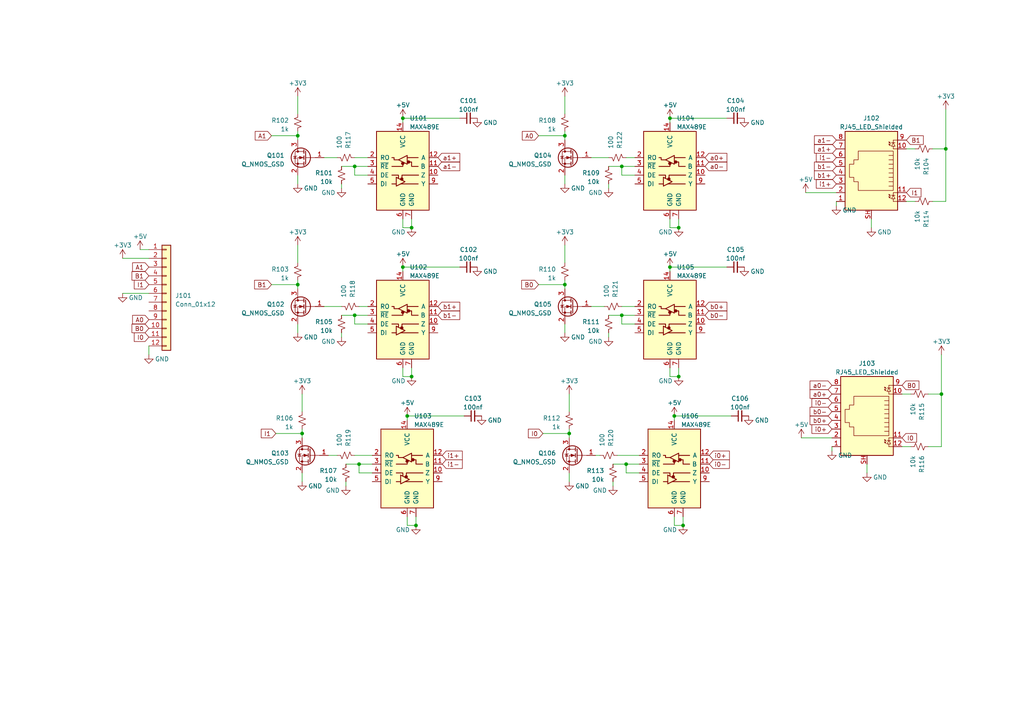
<source format=kicad_sch>
(kicad_sch (version 20230121) (generator eeschema)
  (paper "A4")
  (lib_symbols
    (symbol "Connector:RJ45_LED_Shielded" (pin_names (offset 1.016))
      (property "Reference" "J" (at -5.08 13.97 0))
      (property "Value" "RJ45_LED_Shielded" (at 1.27 13.97 0))
      (symbol "RJ45_LED_Shielded_0_1"
        (polyline (pts (xy -7.62 -7.62) (xy -6.35 -7.62)))
        (polyline (pts (xy -7.62 -5.08) (xy -6.35 -5.08)))
        (polyline (pts (xy -7.62 7.62) (xy -6.35 7.62)))
        (polyline (pts (xy -7.62 10.16) (xy -6.35 10.16)))
        (polyline (pts (xy -6.858 -5.842) (xy -5.842 -5.842)))
        (polyline (pts (xy -6.858 9.398) (xy -5.842 9.398)))
        (polyline (pts (xy -6.35 -7.62) (xy -6.35 -6.858)))
        (polyline (pts (xy -6.35 -5.08) (xy -6.35 -5.842)))
        (polyline (pts (xy -6.35 7.62) (xy -6.35 8.382)))
        (polyline (pts (xy -6.35 10.16) (xy -6.35 9.398)))
        (polyline (pts (xy -5.08 -6.223) (xy -5.207 -6.604)))
        (polyline (pts (xy -5.08 -5.588) (xy -5.207 -5.969)))
        (polyline (pts (xy -5.08 4.445) (xy -6.35 4.445)))
        (polyline (pts (xy -5.08 5.715) (xy -6.35 5.715)))
        (polyline (pts (xy -5.08 9.017) (xy -5.207 8.636)))
        (polyline (pts (xy -5.08 9.652) (xy -5.207 9.271)))
        (polyline (pts (xy -6.35 -3.175) (xy -5.08 -3.175) (xy -5.08 -3.175)))
        (polyline (pts (xy -6.35 -1.905) (xy -5.08 -1.905) (xy -5.08 -1.905)))
        (polyline (pts (xy -6.35 -0.635) (xy -5.08 -0.635) (xy -5.08 -0.635)))
        (polyline (pts (xy -6.35 0.635) (xy -5.08 0.635) (xy -5.08 0.635)))
        (polyline (pts (xy -6.35 1.905) (xy -5.08 1.905) (xy -5.08 1.905)))
        (polyline (pts (xy -5.588 -6.731) (xy -5.08 -6.223) (xy -5.461 -6.35)))
        (polyline (pts (xy -5.588 -6.096) (xy -5.08 -5.588) (xy -5.461 -5.715)))
        (polyline (pts (xy -5.588 8.509) (xy -5.08 9.017) (xy -5.461 8.89)))
        (polyline (pts (xy -5.588 9.144) (xy -5.08 9.652) (xy -5.461 9.525)))
        (polyline (pts (xy -5.08 3.175) (xy -6.35 3.175) (xy -6.35 3.175)))
        (polyline (pts (xy -6.35 -5.842) (xy -6.858 -6.858) (xy -5.842 -6.858) (xy -6.35 -5.842)))
        (polyline (pts (xy -6.35 9.398) (xy -6.858 8.382) (xy -5.842 8.382) (xy -6.35 9.398)))
        (polyline (pts (xy -6.35 -4.445) (xy -6.35 6.985) (xy 3.81 6.985) (xy 3.81 4.445) (xy 5.08 4.445) (xy 5.08 3.175) (xy 6.35 3.175) (xy 6.35 -0.635) (xy 5.08 -0.635) (xy 5.08 -1.905) (xy 3.81 -1.905) (xy 3.81 -4.445) (xy -6.35 -4.445) (xy -6.35 -4.445)))
        (rectangle (start 7.62 12.7) (end -7.62 -10.16) (stroke (width 0.254)) (fill (type background)))
      )
      (symbol "RJ45_LED_Shielded_1_1"
        (pin passive line (at 10.16 -7.62 180) (length 2.54) (name "~") (number "1"))
        (pin passive line (at -10.16 7.62 0) (length 2.54) (name "~") (number "10"))
        (pin passive line (at -10.16 -5.08 0) (length 2.54) (name "~") (number "11"))
        (pin passive line (at -10.16 -7.62 0) (length 2.54) (name "~") (number "12"))
        (pin passive line (at 10.16 -5.08 180) (length 2.54) (name "~") (number "2"))
        (pin passive line (at 10.16 -2.54 180) (length 2.54) (name "~") (number "3"))
        (pin passive line (at 10.16 0 180) (length 2.54) (name "~") (number "4"))
        (pin passive line (at 10.16 2.54 180) (length 2.54) (name "~") (number "5"))
        (pin passive line (at 10.16 5.08 180) (length 2.54) (name "~") (number "6"))
        (pin passive line (at 10.16 7.62 180) (length 2.54) (name "~") (number "7"))
        (pin passive line (at 10.16 10.16 180) (length 2.54) (name "~") (number "8"))
        (pin passive line (at -10.16 10.16 0) (length 2.54) (name "~") (number "9"))
        (pin passive line (at 0 -12.7 90) (length 2.54) (name "~") (number "SH"))
      )
    )
    (symbol "Connector_Generic:Conn_01x12" (pin_names (offset 1.016) hide)
      (property "Reference" "J" (at 0 15.24 0))
      (property "Value" "Conn_01x12" (at 0 -17.78 0))
      (symbol "Conn_01x12_1_1"
        (rectangle (start -1.27 -15.113) (end 0 -15.367) (stroke (width 0.1524)))
        (rectangle (start -1.27 -12.573) (end 0 -12.827) (stroke (width 0.1524)))
        (rectangle (start -1.27 -10.033) (end 0 -10.287) (stroke (width 0.1524)))
        (rectangle (start -1.27 -7.493) (end 0 -7.747) (stroke (width 0.1524)))
        (rectangle (start -1.27 -4.953) (end 0 -5.207) (stroke (width 0.1524)))
        (rectangle (start -1.27 -2.413) (end 0 -2.667) (stroke (width 0.1524)))
        (rectangle (start -1.27 0.127) (end 0 -0.127) (stroke (width 0.1524)))
        (rectangle (start -1.27 2.667) (end 0 2.413) (stroke (width 0.1524)))
        (rectangle (start -1.27 5.207) (end 0 4.953) (stroke (width 0.1524)))
        (rectangle (start -1.27 7.747) (end 0 7.493) (stroke (width 0.1524)))
        (rectangle (start -1.27 10.287) (end 0 10.033) (stroke (width 0.1524)))
        (rectangle (start -1.27 12.827) (end 0 12.573) (stroke (width 0.1524)))
        (rectangle (start -1.27 13.97) (end 1.27 -16.51) (stroke (width 0.254)) (fill (type background)))
        (pin passive line (at -5.08 12.7 0) (length 3.81) (name "Pin_1") (number "1"))
        (pin passive line (at -5.08 -10.16 0) (length 3.81) (name "Pin_10") (number "10"))
        (pin passive line (at -5.08 -12.7 0) (length 3.81) (name "Pin_11") (number "11"))
        (pin passive line (at -5.08 -15.24 0) (length 3.81) (name "Pin_12") (number "12"))
        (pin passive line (at -5.08 10.16 0) (length 3.81) (name "Pin_2") (number "2"))
        (pin passive line (at -5.08 7.62 0) (length 3.81) (name "Pin_3") (number "3"))
        (pin passive line (at -5.08 5.08 0) (length 3.81) (name "Pin_4") (number "4"))
        (pin passive line (at -5.08 2.54 0) (length 3.81) (name "Pin_5") (number "5"))
        (pin passive line (at -5.08 0 0) (length 3.81) (name "Pin_6") (number "6"))
        (pin passive line (at -5.08 -2.54 0) (length 3.81) (name "Pin_7") (number "7"))
        (pin passive line (at -5.08 -5.08 0) (length 3.81) (name "Pin_8") (number "8"))
        (pin passive line (at -5.08 -7.62 0) (length 3.81) (name "Pin_9") (number "9"))
      )
    )
    (symbol "Device:C_Small" (pin_numbers hide) (pin_names (offset 0.254) hide)
      (property "Reference" "C" (at 0.254 1.778 0))
      (property "Value" "C_Small" (at 0.254 -2.032 0))
      (symbol "C_Small_0_1"
        (polyline (pts (xy -1.524 -0.508) (xy 1.524 -0.508)) (stroke (width 0.3302)))
        (polyline (pts (xy -1.524 0.508) (xy 1.524 0.508)) (stroke (width 0.3048)))
      )
      (symbol "C_Small_1_1"
        (pin passive line (at 0 2.54 270) (length 2.032) (name "~") (number "1"))
        (pin passive line (at 0 -2.54 90) (length 2.032) (name "~") (number "2"))
      )
    )
    (symbol "Device:Q_NMOS_GSD" (pin_names (offset 0) hide)
      (property "Reference" "Q" (at 5.08 1.27 0))
      (property "Value" "Q_NMOS_GSD" (at 5.08 -1.27 0))
      (symbol "Q_NMOS_GSD_0_1"
        (polyline (pts (xy 0.254 0) (xy -2.54 0)))
        (polyline (pts (xy 0.254 1.905) (xy 0.254 -1.905)) (stroke (width 0.254)))
        (polyline (pts (xy 0.762 -1.27) (xy 0.762 -2.286)) (stroke (width 0.254)))
        (polyline (pts (xy 0.762 0.508) (xy 0.762 -0.508)) (stroke (width 0.254)))
        (polyline (pts (xy 0.762 2.286) (xy 0.762 1.27)) (stroke (width 0.254)))
        (polyline (pts (xy 2.54 2.54) (xy 2.54 1.778)))
        (polyline (pts (xy 2.54 -2.54) (xy 2.54 0) (xy 0.762 0)))
        (polyline (pts (xy 0.762 -1.778) (xy 3.302 -1.778) (xy 3.302 1.778) (xy 0.762 1.778)))
        (polyline (pts (xy 1.016 0) (xy 2.032 0.381) (xy 2.032 -0.381) (xy 1.016 0)) (fill (type outline)))
        (polyline (pts (xy 2.794 0.508) (xy 2.921 0.381) (xy 3.683 0.381) (xy 3.81 0.254)))
        (polyline (pts (xy 3.302 0.381) (xy 2.921 -0.254) (xy 3.683 -0.254) (xy 3.302 0.381)))
        (circle (center 1.651 0) (radius 2.794) (stroke (width 0.254)))
        (circle (center 2.54 -1.778) (radius 0.254) (fill (type outline)))
        (circle (center 2.54 1.778) (radius 0.254) (fill (type outline)))
      )
      (symbol "Q_NMOS_GSD_1_1"
        (pin input line (at -5.08 0 0) (length 2.54) (name "G") (number "1"))
        (pin passive line (at 2.54 -5.08 90) (length 2.54) (name "S") (number "2"))
        (pin passive line (at 2.54 5.08 270) (length 2.54) (name "D") (number "3"))
      )
    )
    (symbol "Device:R_Small_US" (pin_numbers hide) (pin_names (offset 0.254) hide)
      (property "Reference" "R" (at 0.762 0.508 0))
      (property "Value" "R_Small_US" (at 0.762 -1.016 0))
      (symbol "R_Small_US_1_1"
        (polyline (pts (xy 0 0) (xy 1.016 -0.381) (xy 0 -0.762) (xy -1.016 -1.143) (xy 0 -1.524)))
        (polyline (pts (xy 0 1.524) (xy 1.016 1.143) (xy 0 0.762) (xy -1.016 0.381) (xy 0 0)))
        (pin passive line (at 0 2.54 270) (length 1.016) (name "~") (number "1"))
        (pin passive line (at 0 -2.54 90) (length 1.016) (name "~") (number "2"))
      )
    )
    (symbol "Interface_UART:MAX489E" (pin_names (offset 1.016))
      (property "Reference" "U" (at -6.096 11.43 0))
      (property "Value" "MAX489E" (at 0.762 11.43 0))
      (symbol "MAX489E_0_1"
        (rectangle (start -7.62 10.16) (end 7.62 -12.7) (stroke (width 0.254)) (fill (type background)))
        (circle (center -0.3048 -3.683) (radius 0.3556) (stroke (width 0.254)) (fill (type outline)))
        (circle (center -0.0254 0.8636) (radius 0.3556) (stroke (width 0.254)) (fill (type outline)))
        (polyline (pts (xy -3.175 -5.08) (xy -1.905 -5.08)) (stroke (width 0.254)))
        (polyline (pts (xy -1.27 -3.2004) (xy -1.27 -3.4544)) (stroke (width 0.254)))
        (polyline (pts (xy -0.635 -5.08) (xy 4.445 -5.08)) (stroke (width 0.254)))
        (polyline (pts (xy 1.27 2.54) (xy 4.445 2.54)) (stroke (width 0.254)))
        (polyline (pts (xy -3.175 -2.54) (xy -1.27 -2.54) (xy -1.27 -3.175)) (stroke (width 0.254)))
        (polyline (pts (xy -0.254 -3.556) (xy -0.254 -2.54) (xy 4.572 -2.54)) (stroke (width 0.254)))
        (polyline (pts (xy 0 0.635) (xy 0 0) (xy -3.175 0)) (stroke (width 0.254)))
        (polyline (pts (xy -1.905 -3.175) (xy -1.905 -5.715) (xy 0.635 -4.445) (xy -1.905 -3.175)) (stroke (width 0.254)))
        (polyline (pts (xy -1.27 1.905) (xy -2.54 1.905) (xy -2.54 2.54) (xy -3.175 2.54)) (stroke (width 0.254)))
        (polyline (pts (xy -1.27 1.905) (xy 1.27 3.175) (xy 1.27 0.635) (xy -1.27 1.905)) (stroke (width 0.254)))
        (polyline (pts (xy 1.905 1.27) (xy 2.54 1.27) (xy 2.54 0) (xy 4.445 0)) (stroke (width 0.254)))
        (circle (center 1.651 1.27) (radius 0.3556) (stroke (width 0.254)) (fill (type outline)))
      )
      (symbol "MAX489E_1_1"
        (pin no_connect line (at -7.62 7.62 0) (length 2.54) hide (name "NC") (number "1"))
        (pin output line (at 10.16 -2.54 180) (length 2.54) (name "Z") (number "10"))
        (pin input line (at 10.16 0 180) (length 2.54) (name "B") (number "11"))
        (pin input line (at 10.16 2.54 180) (length 2.54) (name "A") (number "12"))
        (pin no_connect line (at 7.62 7.62 180) (length 2.54) hide (name "NC") (number "13"))
        (pin power_in line (at 0 12.7 270) (length 2.54) (name "VCC") (number "14"))
        (pin output line (at -10.16 2.54 0) (length 2.54) (name "RO") (number "2"))
        (pin input line (at -10.16 0 0) (length 2.54) (name "~{RE}") (number "3"))
        (pin input line (at -10.16 -2.54 0) (length 2.54) (name "DE") (number "4"))
        (pin input line (at -10.16 -5.08 0) (length 2.54) (name "DI") (number "5"))
        (pin power_in line (at 0 -15.24 90) (length 2.54) (name "GND") (number "6"))
        (pin power_in line (at 2.54 -15.24 90) (length 2.54) (name "GND") (number "7"))
        (pin no_connect line (at 7.62 -10.16 180) (length 2.54) hide (name "NC") (number "8"))
        (pin output line (at 10.16 -5.08 180) (length 2.54) (name "Y") (number "9"))
      )
    )
    (symbol "power:+3V3" (power) (pin_names (offset 0))
      (property "Value" "+3V3" (at 0 3.556 0))
      (symbol "+3V3_0_1"
        (polyline (pts (xy -0.762 1.27) (xy 0 2.54)))
        (polyline (pts (xy 0 0) (xy 0 2.54)))
        (polyline (pts (xy 0 2.54) (xy 0.762 1.27)))
      )
      (symbol "+3V3_1_1"
        (pin power_in line (at 0 0 90) (length 0) hide (name "+3V3") (number "1"))
      )
    )
    (symbol "power:+5V" (power) (pin_names (offset 0))
      (property "Value" "+5V" (at 0 3.556 0))
      (symbol "+5V_0_1"
        (polyline (pts (xy -0.762 1.27) (xy 0 2.54)))
        (polyline (pts (xy 0 0) (xy 0 2.54)))
        (polyline (pts (xy 0 2.54) (xy 0.762 1.27)))
      )
      (symbol "+5V_1_1"
        (pin power_in line (at 0 0 90) (length 0) hide (name "+5V") (number "1"))
      )
    )
    (symbol "power:GND" (power) (pin_names (offset 0))
      (property "Value" "GND" (at 0 -3.81 0))
      (symbol "GND_0_1"
        (polyline (pts (xy 0 0) (xy 0 -1.27) (xy 1.27 -1.27) (xy 0 -2.54) (xy -1.27 -1.27) (xy 0 -1.27)))
      )
      (symbol "GND_1_1"
        (pin power_in line (at 0 0 270) (length 0) hide (name "GND") (number "1"))
      )
    )
  )
  (junction (at 165.1 125.73))
  (junction (at 119.38 109.22))
  (junction (at 196.85 109.22))
  (junction (at 198.12 152.4))
  (junction (at 180.34 48.26))
  (junction (at 194.31 34.29))
  (junction (at 163.83 39.37))
  (junction (at 104.14 134.62))
  (junction (at 195.58 120.65))
  (junction (at 119.38 66.04))
  (junction (at 102.87 91.44))
  (junction (at 163.83 82.55))
  (junction (at 116.84 34.29))
  (junction (at 118.11 120.65))
  (junction (at 274.32 43.18))
  (junction (at 86.36 39.37))
  (junction (at 273.05 114.3))
  (junction (at 116.84 77.47))
  (junction (at 87.63 125.73))
  (junction (at 181.61 134.62))
  (junction (at 102.87 48.26))
  (junction (at 180.34 91.44))
  (junction (at 196.85 66.04))
  (junction (at 120.65 152.4))
  (junction (at 86.36 82.55))
  (junction (at 194.31 77.47))
  (wire (pts (xy 78.74 82.55) (xy 86.36 82.55)))
  (wire (pts (xy 156.21 82.55) (xy 163.83 82.55)))
  (wire (pts (xy 194.31 66.04) (xy 196.85 66.04)))
  (wire (pts (xy 269.24 114.3) (xy 273.05 114.3)))
  (wire (pts (xy 86.36 38.1) (xy 86.36 39.37)))
  (wire (pts (xy 102.87 93.98) (xy 102.87 91.44)))
  (wire (pts (xy 176.53 53.34) (xy 176.53 54.61)))
  (wire (pts (xy 212.09 120.65) (xy 195.58 120.65)))
  (wire (pts (xy 120.65 149.86) (xy 120.65 152.4)))
  (wire (pts (xy 116.84 63.5) (xy 116.84 66.04)))
  (wire (pts (xy 273.05 102.87) (xy 273.05 114.3)))
  (wire (pts (xy 116.84 34.29) (xy 116.84 35.56)))
  (wire (pts (xy 184.15 50.8) (xy 180.34 50.8)))
  (wire (pts (xy 194.31 106.68) (xy 194.31 109.22)))
  (wire (pts (xy 86.36 82.55) (xy 86.36 83.82)))
  (wire (pts (xy 180.34 50.8) (xy 180.34 48.26)))
  (wire (pts (xy 163.83 71.12) (xy 163.83 76.2)))
  (wire (pts (xy 106.68 50.8) (xy 102.87 50.8)))
  (wire (pts (xy 181.61 137.16) (xy 181.61 134.62)))
  (wire (pts (xy 185.42 137.16) (xy 181.61 137.16)))
  (wire (pts (xy 163.83 96.52) (xy 163.83 93.98)))
  (wire (pts (xy 194.31 63.5) (xy 194.31 66.04)))
  (wire (pts (xy 86.36 39.37) (xy 86.36 40.64)))
  (wire (pts (xy 180.34 88.9) (xy 184.15 88.9)))
  (wire (pts (xy 102.87 50.8) (xy 102.87 48.26)))
  (wire (pts (xy 176.53 91.44) (xy 180.34 91.44)))
  (wire (pts (xy 156.21 39.37) (xy 163.83 39.37)))
  (wire (pts (xy 194.31 77.47) (xy 194.31 78.74)))
  (wire (pts (xy 99.06 48.26) (xy 102.87 48.26)))
  (wire (pts (xy 107.95 137.16) (xy 104.14 137.16)))
  (wire (pts (xy 104.14 88.9) (xy 106.68 88.9)))
  (wire (pts (xy 210.82 77.47) (xy 194.31 77.47)))
  (wire (pts (xy 194.31 109.22) (xy 196.85 109.22)))
  (wire (pts (xy 116.84 77.47) (xy 116.84 78.74)))
  (wire (pts (xy 99.06 96.52) (xy 99.06 97.79)))
  (wire (pts (xy 99.06 91.44) (xy 102.87 91.44)))
  (wire (pts (xy 184.15 93.98) (xy 180.34 93.98)))
  (wire (pts (xy 93.98 45.72) (xy 97.79 45.72)))
  (wire (pts (xy 80.01 125.73) (xy 87.63 125.73)))
  (wire (pts (xy 86.36 53.34) (xy 86.36 50.8)))
  (wire (pts (xy 163.83 27.94) (xy 163.83 33.02)))
  (wire (pts (xy 86.36 96.52) (xy 86.36 93.98)))
  (wire (pts (xy 165.1 114.3) (xy 165.1 119.38)))
  (wire (pts (xy 118.11 149.86) (xy 118.11 152.4)))
  (wire (pts (xy 180.34 91.44) (xy 184.15 91.44)))
  (wire (pts (xy 102.87 91.44) (xy 106.68 91.44)))
  (wire (pts (xy 102.87 132.08) (xy 107.95 132.08)))
  (wire (pts (xy 264.16 114.3) (xy 261.62 114.3)))
  (wire (pts (xy 177.8 134.62) (xy 181.61 134.62)))
  (wire (pts (xy 102.87 48.26) (xy 106.68 48.26)))
  (wire (pts (xy 265.43 43.18) (xy 262.89 43.18)))
  (wire (pts (xy 251.46 137.16) (xy 251.46 134.62)))
  (wire (pts (xy 87.63 125.73) (xy 87.63 127)))
  (wire (pts (xy 195.58 120.65) (xy 195.58 121.92)))
  (wire (pts (xy 163.83 81.28) (xy 163.83 82.55)))
  (wire (pts (xy 181.61 134.62) (xy 185.42 134.62)))
  (wire (pts (xy 100.33 134.62) (xy 104.14 134.62)))
  (wire (pts (xy 86.36 71.12) (xy 86.36 76.2)))
  (wire (pts (xy 102.87 45.72) (xy 106.68 45.72)))
  (wire (pts (xy 198.12 149.86) (xy 198.12 152.4)))
  (wire (pts (xy 87.63 124.46) (xy 87.63 125.73)))
  (wire (pts (xy 195.58 152.4) (xy 198.12 152.4)))
  (wire (pts (xy 274.32 31.75) (xy 274.32 43.18)))
  (wire (pts (xy 87.63 114.3) (xy 87.63 119.38)))
  (wire (pts (xy 87.63 139.7) (xy 87.63 137.16)))
  (wire (pts (xy 163.83 38.1) (xy 163.83 39.37)))
  (wire (pts (xy 241.3 130.81) (xy 241.3 129.54)))
  (wire (pts (xy 165.1 139.7) (xy 165.1 137.16)))
  (wire (pts (xy 265.43 58.42) (xy 262.89 58.42)))
  (wire (pts (xy 171.45 45.72) (xy 176.53 45.72)))
  (wire (pts (xy 196.85 106.68) (xy 196.85 109.22)))
  (wire (pts (xy 181.61 45.72) (xy 184.15 45.72)))
  (wire (pts (xy 93.98 88.9) (xy 99.06 88.9)))
  (wire (pts (xy 78.74 39.37) (xy 86.36 39.37)))
  (wire (pts (xy 177.8 139.7) (xy 177.8 140.97)))
  (wire (pts (xy 35.56 74.93) (xy 43.18 74.93)))
  (wire (pts (xy 270.51 58.42) (xy 274.32 58.42)))
  (wire (pts (xy 116.84 106.68) (xy 116.84 109.22)))
  (wire (pts (xy 274.32 43.18) (xy 274.32 58.42)))
  (wire (pts (xy 104.14 134.62) (xy 107.95 134.62)))
  (wire (pts (xy 118.11 152.4) (xy 120.65 152.4)))
  (wire (pts (xy 157.48 125.73) (xy 165.1 125.73)))
  (wire (pts (xy 270.51 43.18) (xy 274.32 43.18)))
  (wire (pts (xy 163.83 82.55) (xy 163.83 83.82)))
  (wire (pts (xy 210.82 34.29) (xy 194.31 34.29)))
  (wire (pts (xy 99.06 53.34) (xy 99.06 54.61)))
  (wire (pts (xy 133.35 34.29) (xy 116.84 34.29)))
  (wire (pts (xy 196.85 63.5) (xy 196.85 66.04)))
  (wire (pts (xy 118.11 120.65) (xy 118.11 121.92)))
  (wire (pts (xy 97.79 132.08) (xy 95.25 132.08)))
  (wire (pts (xy 133.35 77.47) (xy 116.84 77.47)))
  (wire (pts (xy 273.05 114.3) (xy 273.05 129.54)))
  (wire (pts (xy 43.18 102.87) (xy 43.18 100.33)))
  (wire (pts (xy 171.45 88.9) (xy 175.26 88.9)))
  (wire (pts (xy 180.34 48.26) (xy 184.15 48.26)))
  (wire (pts (xy 100.33 139.7) (xy 100.33 140.97)))
  (wire (pts (xy 194.31 34.29) (xy 194.31 35.56)))
  (wire (pts (xy 106.68 93.98) (xy 102.87 93.98)))
  (wire (pts (xy 163.83 39.37) (xy 163.83 40.64)))
  (wire (pts (xy 40.64 72.39) (xy 43.18 72.39)))
  (wire (pts (xy 252.73 66.04) (xy 252.73 63.5)))
  (wire (pts (xy 269.24 129.54) (xy 273.05 129.54)))
  (wire (pts (xy 86.36 27.94) (xy 86.36 33.02)))
  (wire (pts (xy 172.72 132.08) (xy 173.99 132.08)))
  (wire (pts (xy 233.68 55.88) (xy 242.57 55.88)))
  (wire (pts (xy 180.34 93.98) (xy 180.34 91.44)))
  (wire (pts (xy 179.07 132.08) (xy 185.42 132.08)))
  (wire (pts (xy 104.14 137.16) (xy 104.14 134.62)))
  (wire (pts (xy 232.41 127) (xy 241.3 127)))
  (wire (pts (xy 119.38 63.5) (xy 119.38 66.04)))
  (wire (pts (xy 35.56 85.09) (xy 43.18 85.09)))
  (wire (pts (xy 116.84 109.22) (xy 119.38 109.22)))
  (wire (pts (xy 264.16 129.54) (xy 261.62 129.54)))
  (wire (pts (xy 195.58 149.86) (xy 195.58 152.4)))
  (wire (pts (xy 165.1 125.73) (xy 165.1 127)))
  (wire (pts (xy 176.53 96.52) (xy 176.53 97.79)))
  (wire (pts (xy 86.36 81.28) (xy 86.36 82.55)))
  (wire (pts (xy 163.83 53.34) (xy 163.83 50.8)))
  (wire (pts (xy 176.53 48.26) (xy 180.34 48.26)))
  (wire (pts (xy 242.57 59.69) (xy 242.57 58.42)))
  (wire (pts (xy 116.84 66.04) (xy 119.38 66.04)))
  (wire (pts (xy 165.1 124.46) (xy 165.1 125.73)))
  (wire (pts (xy 119.38 106.68) (xy 119.38 109.22)))
  (wire (pts (xy 134.62 120.65) (xy 118.11 120.65)))
  (global_label "I1" (shape input) (at 43.18 82.55 180) (property "Intersheetrefs" "${INTERSHEET_REFS}" (effects hide)))
  (global_label "B1" (shape input) (at 262.89 40.64 0) (property "Intersheetrefs" "${INTERSHEET_REFS}" (effects hide)))
  (global_label "I0" (shape input) (at 157.48 125.73 180) (property "Intersheetrefs" "${INTERSHEET_REFS}" (effects hide)))
  (global_label "B0" (shape input) (at 156.21 82.55 180) (property "Intersheetrefs" "${INTERSHEET_REFS}" (effects hide)))
  (global_label "I0" (shape input) (at 43.18 97.79 180) (property "Intersheetrefs" "${INTERSHEET_REFS}" (effects hide)))
  (global_label "b0-" (shape input) (at 204.47 91.44 0) (property "Intersheetrefs" "${INTERSHEET_REFS}" (effects hide)))
  (global_label "a0+" (shape input) (at 204.47 45.72 0) (property "Intersheetrefs" "${INTERSHEET_REFS}" (effects hide)))
  (global_label "a0-" (shape input) (at 204.47 48.26 0) (property "Intersheetrefs" "${INTERSHEET_REFS}" (effects hide)))
  (global_label "A0" (shape input) (at 156.21 39.37 180) (property "Intersheetrefs" "${INTERSHEET_REFS}" (effects hide)))
  (global_label "b0-" (shape input) (at 241.3 119.38 180) (property "Intersheetrefs" "${INTERSHEET_REFS}" (effects hide)))
  (global_label "i0-" (shape input) (at 205.74 134.62 0) (property "Intersheetrefs" "${INTERSHEET_REFS}" (effects hide)))
  (global_label "A1" (shape input) (at 43.18 77.47 180) (property "Intersheetrefs" "${INTERSHEET_REFS}" (effects hide)))
  (global_label "i1+" (shape input) (at 242.57 53.34 180) (property "Intersheetrefs" "${INTERSHEET_REFS}" (effects hide)))
  (global_label "i1+" (shape input) (at 128.27 132.08 0) (property "Intersheetrefs" "${INTERSHEET_REFS}" (effects hide)))
  (global_label "I1" (shape input) (at 262.89 55.88 0) (property "Intersheetrefs" "${INTERSHEET_REFS}" (effects hide)))
  (global_label "i1-" (shape input) (at 128.27 134.62 0) (property "Intersheetrefs" "${INTERSHEET_REFS}" (effects hide)))
  (global_label "B1" (shape input) (at 78.74 82.55 180) (property "Intersheetrefs" "${INTERSHEET_REFS}" (effects hide)))
  (global_label "a1+" (shape input) (at 127 45.72 0) (property "Intersheetrefs" "${INTERSHEET_REFS}" (effects hide)))
  (global_label "B0" (shape input) (at 261.62 111.76 0) (property "Intersheetrefs" "${INTERSHEET_REFS}" (effects hide)))
  (global_label "I0" (shape input) (at 261.62 127 0) (property "Intersheetrefs" "${INTERSHEET_REFS}" (effects hide)))
  (global_label "b1-" (shape input) (at 127 91.44 0) (property "Intersheetrefs" "${INTERSHEET_REFS}" (effects hide)))
  (global_label "a1-" (shape input) (at 127 48.26 0) (property "Intersheetrefs" "${INTERSHEET_REFS}" (effects hide)))
  (global_label "A1" (shape input) (at 78.74 39.37 180) (property "Intersheetrefs" "${INTERSHEET_REFS}" (effects hide)))
  (global_label "a0+" (shape input) (at 241.3 114.3 180) (property "Intersheetrefs" "${INTERSHEET_REFS}" (effects hide)))
  (global_label "A0" (shape input) (at 43.18 92.71 180) (property "Intersheetrefs" "${INTERSHEET_REFS}" (effects hide)))
  (global_label "i0+" (shape input) (at 205.74 132.08 0) (property "Intersheetrefs" "${INTERSHEET_REFS}" (effects hide)))
  (global_label "a0-" (shape input) (at 241.3 111.76 180) (property "Intersheetrefs" "${INTERSHEET_REFS}" (effects hide)))
  (global_label "i0-" (shape input) (at 241.3 116.84 180) (property "Intersheetrefs" "${INTERSHEET_REFS}" (effects hide)))
  (global_label "b1+" (shape input) (at 242.57 50.8 180) (property "Intersheetrefs" "${INTERSHEET_REFS}" (effects hide)))
  (global_label "b0+" (shape input) (at 241.3 121.92 180) (property "Intersheetrefs" "${INTERSHEET_REFS}" (effects hide)))
  (global_label "B1" (shape input) (at 43.18 80.01 180) (property "Intersheetrefs" "${INTERSHEET_REFS}" (effects hide)))
  (global_label "b0+" (shape input) (at 204.47 88.9 0) (property "Intersheetrefs" "${INTERSHEET_REFS}" (effects hide)))
  (global_label "b1-" (shape input) (at 242.57 48.26 180) (property "Intersheetrefs" "${INTERSHEET_REFS}" (effects hide)))
  (global_label "a1-" (shape input) (at 242.57 40.64 180) (property "Intersheetrefs" "${INTERSHEET_REFS}" (effects hide)))
  (global_label "I1" (shape input) (at 80.01 125.73 180) (property "Intersheetrefs" "${INTERSHEET_REFS}" (effects hide)))
  (global_label "a1+" (shape input) (at 242.57 43.18 180) (property "Intersheetrefs" "${INTERSHEET_REFS}" (effects hide)))
  (global_label "B0" (shape input) (at 43.18 95.25 180) (property "Intersheetrefs" "${INTERSHEET_REFS}" (effects hide)))
  (global_label "b1+" (shape input) (at 127 88.9 0) (property "Intersheetrefs" "${INTERSHEET_REFS}" (effects hide)))
  (global_label "i0+" (shape input) (at 241.3 124.46 180) (property "Intersheetrefs" "${INTERSHEET_REFS}" (effects hide)))
  (global_label "i1-" (shape input) (at 242.57 45.72 180) (property "Intersheetrefs" "${INTERSHEET_REFS}" (effects hide)))
  (symbol (lib_id "power:+5V") (at 116.84 34.29 0) (unit 1)
    (property "Reference" "#PWR0105" (effects hide))
    (property "Value" "+5V" (at 116.84 30.48 0))
  )
  (symbol (lib_id "Device:R_Small_US") (at 267.97 58.42 270) (unit 1)
    (property "Reference" "R114" (at 268.605 60.96 0) (effects (justify left)))
    (property "Value" "10k" (at 266.065 60.96 0) (effects (justify left)))
    (property "Footprint" "Resistor_SMD:R_0805_2012Metric_Pad1.20x1.40mm_HandSolder" (effects hide))
  )
  (symbol (lib_id "Interface_UART:MAX489E") (at 118.11 134.62 0) (unit 1)
    (property "Reference" "U103" (at 120.0659 120.65 0) (effects (justify left)))
    (property "Value" "MAX489E" (at 120.0659 123.19 0) (effects (justify left)))
    (property "Footprint" "Package_SO:SO-14_3.9x8.65mm_P1.27mm" (effects hide))
    (property "Datasheet" "https://datasheets.maximintegrated.com/en/ds/MAX1487E-MAX491E.pdf" (effects hide))
  )
  (symbol (lib_id "Device:R_Small_US") (at 176.53 132.08 270) (mirror x) (unit 1)
    (property "Reference" "R120" (at 177.165 129.54 0) (effects (justify left)))
    (property "Value" "100" (at 174.625 129.54 0) (effects (justify left)))
    (property "Footprint" "Resistor_SMD:R_0805_2012Metric_Pad1.20x1.40mm_HandSolder" (effects hide))
  )
  (symbol (lib_id "Device:C_Small") (at 137.16 120.65 90) (unit 1)
    (property "Reference" "C103" (at 137.1663 115.57 90))
    (property "Value" "100nf" (at 137.1663 118.11 90))
    (property "Footprint" "Capacitor_SMD:C_0805_2012Metric_Pad1.18x1.45mm_HandSolder" (effects hide))
  )
  (symbol (lib_id "power:GND") (at 120.65 152.4 0) (mirror y) (unit 1)
    (property "Reference" "#PWR0123" (effects hide))
    (property "Value" "GND" (at 116.84 153.67 0))
  )
  (symbol (lib_id "power:+3V3") (at 274.32 31.75 0) (unit 1)
    (property "Reference" "#PWR0142" (effects hide))
    (property "Value" "+3V3" (at 274.32 27.94 0))
  )
  (symbol (lib_id "Device:R_Small_US") (at 99.06 50.8 0) (mirror y) (unit 1)
    (property "Reference" "R101" (at 96.52 50.165 0) (effects (justify left)))
    (property "Value" "10k" (at 96.52 52.705 0) (effects (justify left)))
    (property "Footprint" "Resistor_SMD:R_0805_2012Metric_Pad1.20x1.40mm_HandSolder" (effects hide))
  )
  (symbol (lib_id "Device:R_Small_US") (at 176.53 50.8 0) (mirror y) (unit 1)
    (property "Reference" "R109" (at 173.99 50.165 0) (effects (justify left)))
    (property "Value" "10k" (at 173.99 52.705 0) (effects (justify left)))
    (property "Footprint" "Resistor_SMD:R_0805_2012Metric_Pad1.20x1.40mm_HandSolder" (effects hide))
  )
  (symbol (lib_id "power:GND") (at 215.9 77.47 0) (unit 1)
    (property "Reference" "#PWR0132" (effects hide))
    (property "Value" "GND" (at 219.71 78.74 0))
  )
  (symbol (lib_id "power:+3V3") (at 35.56 74.93 0) (unit 1)
    (property "Reference" "#PWR0102" (effects hide))
    (property "Value" "+3V3" (at 35.56 71.12 0))
  )
  (symbol (lib_id "power:GND") (at 99.06 54.61 0) (mirror y) (unit 1)
    (property "Reference" "#PWR0107" (effects hide))
    (property "Value" "GND" (at 95.25 55.88 0))
  )
  (symbol (lib_id "power:+5V") (at 194.31 34.29 0) (unit 1)
    (property "Reference" "#PWR0125" (effects hide))
    (property "Value" "+5V" (at 194.31 30.48 0))
  )
  (symbol (lib_id "Interface_UART:MAX489E") (at 194.31 91.44 0) (unit 1)
    (property "Reference" "U105" (at 196.2659 77.47 0) (effects (justify left)))
    (property "Value" "MAX489E" (at 196.2659 80.01 0) (effects (justify left)))
    (property "Footprint" "Package_SO:SO-14_3.9x8.65mm_P1.27mm" (effects hide))
    (property "Datasheet" "https://datasheets.maximintegrated.com/en/ds/MAX1487E-MAX491E.pdf" (effects hide))
  )
  (symbol (lib_id "power:+3V3") (at 273.05 102.87 0) (unit 1)
    (property "Reference" "#PWR0143" (effects hide))
    (property "Value" "+3V3" (at 273.05 99.06 0))
  )
  (symbol (lib_id "power:GND") (at 43.18 102.87 0) (unit 1)
    (property "Reference" "#PWR0106" (effects hide))
    (property "Value" "GND" (at 46.99 104.14 0))
  )
  (symbol (lib_id "Device:Q_NMOS_GSD") (at 90.17 132.08 0) (mirror y) (unit 1)
    (property "Reference" "Q103" (at 83.82 131.445 0) (effects (justify left)))
    (property "Value" "Q_NMOS_GSD" (at 83.82 133.985 0) (effects (justify left)))
    (property "Footprint" "Package_TO_SOT_SMD:SOT-23-3" (effects hide))
  )
  (symbol (lib_id "Device:R_Small_US") (at 179.07 45.72 270) (mirror x) (unit 1)
    (property "Reference" "R122" (at 179.705 43.18 0) (effects (justify left)))
    (property "Value" "100" (at 177.165 43.18 0) (effects (justify left)))
    (property "Footprint" "Resistor_SMD:R_0805_2012Metric_Pad1.20x1.40mm_HandSolder" (effects hide))
  )
  (symbol (lib_id "Device:C_Small") (at 135.89 77.47 90) (unit 1)
    (property "Reference" "C102" (at 135.8963 72.39 90))
    (property "Value" "100nf" (at 135.8963 74.93 90))
    (property "Footprint" "Capacitor_SMD:C_0805_2012Metric_Pad1.18x1.45mm_HandSolder" (effects hide))
  )
  (symbol (lib_id "Device:R_Small_US") (at 100.33 45.72 270) (mirror x) (unit 1)
    (property "Reference" "R117" (at 100.965 43.18 0) (effects (justify left)))
    (property "Value" "100" (at 98.425 43.18 0) (effects (justify left)))
    (property "Footprint" "Resistor_SMD:R_0805_2012Metric_Pad1.20x1.40mm_HandSolder" (effects hide))
  )
  (symbol (lib_id "power:GND") (at 139.7 120.65 0) (unit 1)
    (property "Reference" "#PWR0120" (effects hide))
    (property "Value" "GND" (at 143.51 121.92 0))
  )
  (symbol (lib_id "Connector:RJ45_LED_Shielded") (at 251.46 121.92 0) (mirror y) (unit 1)
    (property "Reference" "J103" (at 251.46 105.41 0))
    (property "Value" "RJ45_LED_Shielded" (at 251.46 107.95 0))
    (property "Footprint" "Connector_RJ:RJ45_Amphenol_RJHSE538X" (effects hide))
  )
  (symbol (lib_id "power:GND") (at 176.53 54.61 0) (mirror y) (unit 1)
    (property "Reference" "#PWR0128" (effects hide))
    (property "Value" "GND" (at 172.72 55.88 0))
  )
  (symbol (lib_id "Device:R_Small_US") (at 266.7 114.3 270) (unit 1)
    (property "Reference" "R115" (at 267.335 116.84 0) (effects (justify left)))
    (property "Value" "10k" (at 264.795 116.84 0) (effects (justify left)))
    (property "Footprint" "Resistor_SMD:R_0805_2012Metric_Pad1.20x1.40mm_HandSolder" (effects hide))
  )
  (symbol (lib_id "power:+5V") (at 40.64 72.39 0) (unit 1)
    (property "Reference" "#PWR0101" (effects hide))
    (property "Value" "+5V" (at 40.64 68.58 0))
  )
  (symbol (lib_id "power:GND") (at 196.85 66.04 0) (mirror y) (unit 1)
    (property "Reference" "#PWR0129" (effects hide))
    (property "Value" "GND" (at 193.04 67.31 0))
  )
  (symbol (lib_id "Device:C_Small") (at 213.36 34.29 90) (unit 1)
    (property "Reference" "C104" (at 213.3663 29.21 90))
    (property "Value" "100nf" (at 213.3663 31.75 90))
    (property "Footprint" "Capacitor_SMD:C_0805_2012Metric_Pad1.18x1.45mm_HandSolder" (effects hide))
  )
  (symbol (lib_id "power:+5V") (at 195.58 120.65 0) (unit 1)
    (property "Reference" "#PWR0137" (effects hide))
    (property "Value" "+5V" (at 195.58 116.84 0))
  )
  (symbol (lib_id "power:GND") (at 119.38 66.04 0) (mirror y) (unit 1)
    (property "Reference" "#PWR0108" (effects hide))
    (property "Value" "GND" (at 115.57 67.31 0))
  )
  (symbol (lib_id "Device:Q_NMOS_GSD") (at 166.37 45.72 0) (mirror y) (unit 1)
    (property "Reference" "Q104" (at 160.02 45.085 0) (effects (justify left)))
    (property "Value" "Q_NMOS_GSD" (at 160.02 47.625 0) (effects (justify left)))
    (property "Footprint" "Package_TO_SOT_SMD:SOT-23-3" (effects hide))
  )
  (symbol (lib_id "power:+5V") (at 232.41 127 0) (unit 1)
    (property "Reference" "#PWR0147" (effects hide))
    (property "Value" "+5V" (at 232.41 123.19 0))
  )
  (symbol (lib_id "Device:R_Small_US") (at 176.53 93.98 0) (mirror y) (unit 1)
    (property "Reference" "R111" (at 173.99 93.345 0) (effects (justify left)))
    (property "Value" "10k" (at 173.99 95.885 0) (effects (justify left)))
    (property "Footprint" "Resistor_SMD:R_0805_2012Metric_Pad1.20x1.40mm_HandSolder" (effects hide))
  )
  (symbol (lib_id "power:GND") (at 241.3 130.81 0) (unit 1)
    (property "Reference" "#PWR0148" (effects hide))
    (property "Value" "GND" (at 245.11 132.08 0))
  )
  (symbol (lib_id "power:GND") (at 100.33 140.97 0) (mirror y) (unit 1)
    (property "Reference" "#PWR0122" (effects hide))
    (property "Value" "GND" (at 96.52 142.24 0))
  )
  (symbol (lib_id "power:GND") (at 176.53 97.79 0) (mirror y) (unit 1)
    (property "Reference" "#PWR0134" (effects hide))
    (property "Value" "GND" (at 172.72 99.06 0))
  )
  (symbol (lib_id "Device:R_Small_US") (at 86.36 78.74 0) (mirror y) (unit 1)
    (property "Reference" "R103" (at 83.82 78.105 0) (effects (justify left)))
    (property "Value" "1k" (at 83.82 80.645 0) (effects (justify left)))
    (property "Footprint" "Resistor_SMD:R_0805_2012Metric_Pad1.20x1.40mm_HandSolder" (effects hide))
  )
  (symbol (lib_id "power:GND") (at 87.63 139.7 0) (unit 1)
    (property "Reference" "#PWR0121" (effects hide))
    (property "Value" "GND" (at 91.44 140.97 0))
  )
  (symbol (lib_id "Device:R_Small_US") (at 86.36 35.56 0) (mirror y) (unit 1)
    (property "Reference" "R102" (at 83.82 34.925 0) (effects (justify left)))
    (property "Value" "1k" (at 83.82 37.465 0) (effects (justify left)))
    (property "Footprint" "Resistor_SMD:R_0805_2012Metric_Pad1.20x1.40mm_HandSolder" (effects hide))
  )
  (symbol (lib_id "power:GND") (at 242.57 59.69 0) (unit 1)
    (property "Reference" "#PWR0146" (effects hide))
    (property "Value" "GND" (at 246.38 60.96 0))
  )
  (symbol (lib_id "Device:Q_NMOS_GSD") (at 88.9 88.9 0) (mirror y) (unit 1)
    (property "Reference" "Q102" (at 82.55 88.265 0) (effects (justify left)))
    (property "Value" "Q_NMOS_GSD" (at 82.55 90.805 0) (effects (justify left)))
    (property "Footprint" "Package_TO_SOT_SMD:SOT-23-3" (effects hide))
  )
  (symbol (lib_id "Device:Q_NMOS_GSD") (at 88.9 45.72 0) (mirror y) (unit 1)
    (property "Reference" "Q101" (at 82.55 45.085 0) (effects (justify left)))
    (property "Value" "Q_NMOS_GSD" (at 82.55 47.625 0) (effects (justify left)))
    (property "Footprint" "Package_TO_SOT_SMD:SOT-23-3" (effects hide))
  )
  (symbol (lib_id "power:+3V3") (at 163.83 27.94 0) (unit 1)
    (property "Reference" "#PWR0124" (effects hide))
    (property "Value" "+3V3" (at 163.83 24.13 0))
  )
  (symbol (lib_id "Device:R_Small_US") (at 99.06 93.98 0) (mirror y) (unit 1)
    (property "Reference" "R105" (at 96.52 93.345 0) (effects (justify left)))
    (property "Value" "10k" (at 96.52 95.885 0) (effects (justify left)))
    (property "Footprint" "Resistor_SMD:R_0805_2012Metric_Pad1.20x1.40mm_HandSolder" (effects hide))
  )
  (symbol (lib_id "power:GND") (at 99.06 97.79 0) (mirror y) (unit 1)
    (property "Reference" "#PWR0115" (effects hide))
    (property "Value" "GND" (at 95.25 99.06 0))
  )
  (symbol (lib_id "power:+5V") (at 233.68 55.88 0) (unit 1)
    (property "Reference" "#PWR0145" (effects hide))
    (property "Value" "+5V" (at 233.68 52.07 0))
  )
  (symbol (lib_id "Device:R_Small_US") (at 266.7 129.54 270) (unit 1)
    (property "Reference" "R116" (at 267.335 132.08 0) (effects (justify left)))
    (property "Value" "10k" (at 264.795 132.08 0) (effects (justify left)))
    (property "Footprint" "Resistor_SMD:R_0805_2012Metric_Pad1.20x1.40mm_HandSolder" (effects hide))
  )
  (symbol (lib_id "Device:R_Small_US") (at 100.33 137.16 0) (mirror y) (unit 1)
    (property "Reference" "R107" (at 97.79 136.525 0) (effects (justify left)))
    (property "Value" "10k" (at 97.79 139.065 0) (effects (justify left)))
    (property "Footprint" "Resistor_SMD:R_0805_2012Metric_Pad1.20x1.40mm_HandSolder" (effects hide))
  )
  (symbol (lib_id "power:GND") (at 217.17 120.65 0) (unit 1)
    (property "Reference" "#PWR0138" (effects hide))
    (property "Value" "GND" (at 220.98 121.92 0))
  )
  (symbol (lib_id "Connector:RJ45_LED_Shielded") (at 252.73 50.8 0) (mirror y) (unit 1)
    (property "Reference" "J102" (at 252.73 34.29 0))
    (property "Value" "RJ45_LED_Shielded" (at 252.73 36.83 0))
    (property "Footprint" "Connector_RJ:RJ45_Amphenol_RJHSE538X" (effects hide))
  )
  (symbol (lib_id "Device:R_Small_US") (at 165.1 121.92 0) (mirror y) (unit 1)
    (property "Reference" "R112" (at 162.56 121.285 0) (effects (justify left)))
    (property "Value" "1k" (at 162.56 123.825 0) (effects (justify left)))
    (property "Footprint" "Resistor_SMD:R_0805_2012Metric_Pad1.20x1.40mm_HandSolder" (effects hide))
  )
  (symbol (lib_id "Device:C_Small") (at 135.89 34.29 90) (unit 1)
    (property "Reference" "C101" (at 135.8963 29.21 90))
    (property "Value" "100nf" (at 135.8963 31.75 90))
    (property "Footprint" "Capacitor_SMD:C_0805_2012Metric_Pad1.18x1.45mm_HandSolder" (effects hide))
  )
  (symbol (lib_id "Device:R_Small_US") (at 177.8 88.9 270) (mirror x) (unit 1)
    (property "Reference" "R121" (at 178.435 86.36 0) (effects (justify left)))
    (property "Value" "100" (at 175.895 86.36 0) (effects (justify left)))
    (property "Footprint" "Resistor_SMD:R_0805_2012Metric_Pad1.20x1.40mm_HandSolder" (effects hide))
  )
  (symbol (lib_id "power:+3V3") (at 86.36 27.94 0) (unit 1)
    (property "Reference" "#PWR0109" (effects hide))
    (property "Value" "+3V3" (at 86.36 24.13 0))
  )
  (symbol (lib_id "power:GND") (at 215.9 34.29 0) (unit 1)
    (property "Reference" "#PWR0126" (effects hide))
    (property "Value" "GND" (at 219.71 35.56 0))
  )
  (symbol (lib_id "Device:R_Small_US") (at 267.97 43.18 270) (unit 1)
    (property "Reference" "R104" (at 268.605 45.72 0) (effects (justify left)))
    (property "Value" "10k" (at 266.065 45.72 0) (effects (justify left)))
    (property "Footprint" "Resistor_SMD:R_0805_2012Metric_Pad1.20x1.40mm_HandSolder" (effects hide))
  )
  (symbol (lib_id "power:+3V3") (at 86.36 71.12 0) (unit 1)
    (property "Reference" "#PWR0111" (effects hide))
    (property "Value" "+3V3" (at 86.36 67.31 0))
  )
  (symbol (lib_id "power:+5V") (at 116.84 77.47 0) (unit 1)
    (property "Reference" "#PWR0112" (effects hide))
    (property "Value" "+5V" (at 116.84 73.66 0))
  )
  (symbol (lib_id "Device:C_Small") (at 214.63 120.65 90) (unit 1)
    (property "Reference" "C106" (at 214.6363 115.57 90))
    (property "Value" "100nf" (at 214.6363 118.11 90))
    (property "Footprint" "Capacitor_SMD:C_0805_2012Metric_Pad1.18x1.45mm_HandSolder" (effects hide))
  )
  (symbol (lib_id "power:GND") (at 138.43 34.29 0) (unit 1)
    (property "Reference" "#PWR0104" (effects hide))
    (property "Value" "GND" (at 142.24 35.56 0))
  )
  (symbol (lib_id "power:GND") (at 196.85 109.22 0) (mirror y) (unit 1)
    (property "Reference" "#PWR0135" (effects hide))
    (property "Value" "GND" (at 193.04 110.49 0))
  )
  (symbol (lib_id "power:GND") (at 251.46 137.16 0) (unit 1)
    (property "Reference" "#PWR0144" (effects hide))
    (property "Value" "GND" (at 255.27 138.43 0))
  )
  (symbol (lib_id "power:GND") (at 86.36 53.34 0) (unit 1)
    (property "Reference" "#PWR0110" (effects hide))
    (property "Value" "GND" (at 90.17 54.61 0))
  )
  (symbol (lib_id "Device:R_Small_US") (at 101.6 88.9 270) (mirror x) (unit 1)
    (property "Reference" "R118" (at 102.235 86.36 0) (effects (justify left)))
    (property "Value" "100" (at 99.695 86.36 0) (effects (justify left)))
    (property "Footprint" "Resistor_SMD:R_0805_2012Metric_Pad1.20x1.40mm_HandSolder" (effects hide))
  )
  (symbol (lib_id "Interface_UART:MAX489E") (at 116.84 91.44 0) (unit 1)
    (property "Reference" "U102" (at 118.7959 77.47 0) (effects (justify left)))
    (property "Value" "MAX489E" (at 118.7959 80.01 0) (effects (justify left)))
    (property "Footprint" "Package_SO:SO-14_3.9x8.65mm_P1.27mm" (effects hide))
    (property "Datasheet" "https://datasheets.maximintegrated.com/en/ds/MAX1487E-MAX491E.pdf" (effects hide))
  )
  (symbol (lib_id "Device:C_Small") (at 213.36 77.47 90) (unit 1)
    (property "Reference" "C105" (at 213.3663 72.39 90))
    (property "Value" "100nf" (at 213.3663 74.93 90))
    (property "Footprint" "Capacitor_SMD:C_0805_2012Metric_Pad1.18x1.45mm_HandSolder" (effects hide))
  )
  (symbol (lib_id "power:GND") (at 165.1 139.7 0) (unit 1)
    (property "Reference" "#PWR0139" (effects hide))
    (property "Value" "GND" (at 168.91 140.97 0))
  )
  (symbol (lib_id "power:GND") (at 198.12 152.4 0) (mirror y) (unit 1)
    (property "Reference" "#PWR0141" (effects hide))
    (property "Value" "GND" (at 194.31 153.67 0))
  )
  (symbol (lib_id "power:GND") (at 163.83 53.34 0) (unit 1)
    (property "Reference" "#PWR0127" (effects hide))
    (property "Value" "GND" (at 167.64 54.61 0))
  )
  (symbol (lib_id "Interface_UART:MAX489E") (at 116.84 48.26 0) (unit 1)
    (property "Reference" "U101" (at 118.7959 34.29 0) (effects (justify left)))
    (property "Value" "MAX489E" (at 118.7959 36.83 0) (effects (justify left)))
    (property "Footprint" "Package_SO:SO-14_3.9x8.65mm_P1.27mm" (effects hide))
    (property "Datasheet" "https://datasheets.maximintegrated.com/en/ds/MAX1487E-MAX491E.pdf" (effects hide))
  )
  (symbol (lib_id "Device:Q_NMOS_GSD") (at 166.37 88.9 0) (mirror y) (unit 1)
    (property "Reference" "Q105" (at 160.02 88.265 0) (effects (justify left)))
    (property "Value" "Q_NMOS_GSD" (at 160.02 90.805 0) (effects (justify left)))
    (property "Footprint" "Package_TO_SOT_SMD:SOT-23-3" (effects hide))
  )
  (symbol (lib_id "Interface_UART:MAX489E") (at 194.31 48.26 0) (unit 1)
    (property "Reference" "U104" (at 196.2659 34.29 0) (effects (justify left)))
    (property "Value" "MAX489E" (at 196.2659 36.83 0) (effects (justify left)))
    (property "Footprint" "Package_SO:SO-14_3.9x8.65mm_P1.27mm" (effects hide))
    (property "Datasheet" "https://datasheets.maximintegrated.com/en/ds/MAX1487E-MAX491E.pdf" (effects hide))
  )
  (symbol (lib_id "power:+3V3") (at 87.63 114.3 0) (unit 1)
    (property "Reference" "#PWR0118" (effects hide))
    (property "Value" "+3V3" (at 87.63 110.49 0))
  )
  (symbol (lib_id "power:GND") (at 177.8 140.97 0) (mirror y) (unit 1)
    (property "Reference" "#PWR0140" (effects hide))
    (property "Value" "GND" (at 173.99 142.24 0))
  )
  (symbol (lib_id "power:+3V3") (at 165.1 114.3 0) (unit 1)
    (property "Reference" "#PWR0136" (effects hide))
    (property "Value" "+3V3" (at 165.1 110.49 0))
  )
  (symbol (lib_id "power:+5V") (at 194.31 77.47 0) (unit 1)
    (property "Reference" "#PWR0131" (effects hide))
    (property "Value" "+5V" (at 194.31 73.66 0))
  )
  (symbol (lib_id "Device:R_Small_US") (at 163.83 35.56 0) (mirror y) (unit 1)
    (property "Reference" "R108" (at 161.29 34.925 0) (effects (justify left)))
    (property "Value" "1k" (at 161.29 37.465 0) (effects (justify left)))
    (property "Footprint" "Resistor_SMD:R_0805_2012Metric_Pad1.20x1.40mm_HandSolder" (effects hide))
  )
  (symbol (lib_id "Device:R_Small_US") (at 87.63 121.92 0) (mirror y) (unit 1)
    (property "Reference" "R106" (at 85.09 121.285 0) (effects (justify left)))
    (property "Value" "1k" (at 85.09 123.825 0) (effects (justify left)))
    (property "Footprint" "Resistor_SMD:R_0805_2012Metric_Pad1.20x1.40mm_HandSolder" (effects hide))
  )
  (symbol (lib_id "power:GND") (at 119.38 109.22 0) (mirror y) (unit 1)
    (property "Reference" "#PWR0116" (effects hide))
    (property "Value" "GND" (at 115.57 110.49 0))
  )
  (symbol (lib_id "power:GND") (at 138.43 77.47 0) (unit 1)
    (property "Reference" "#PWR0113" (effects hide))
    (property "Value" "GND" (at 142.24 78.74 0))
  )
  (symbol (lib_id "Device:R_Small_US") (at 100.33 132.08 270) (mirror x) (unit 1)
    (property "Reference" "R119" (at 100.965 129.54 0) (effects (justify left)))
    (property "Value" "100" (at 98.425 129.54 0) (effects (justify left)))
    (property "Footprint" "Resistor_SMD:R_0805_2012Metric_Pad1.20x1.40mm_HandSolder" (effects hide))
  )
  (symbol (lib_id "power:GND") (at 252.73 66.04 0) (unit 1)
    (property "Reference" "#PWR0117" (effects hide))
    (property "Value" "GND" (at 256.54 67.31 0))
  )
  (symbol (lib_id "Interface_UART:MAX489E") (at 195.58 134.62 0) (unit 1)
    (property "Reference" "U106" (at 197.5359 120.65 0) (effects (justify left)))
    (property "Value" "MAX489E" (at 197.5359 123.19 0) (effects (justify left)))
    (property "Footprint" "Package_SO:SO-14_3.9x8.65mm_P1.27mm" (effects hide))
    (property "Datasheet" "https://datasheets.maximintegrated.com/en/ds/MAX1487E-MAX491E.pdf" (effects hide))
  )
  (symbol (lib_id "power:GND") (at 86.36 96.52 0) (unit 1)
    (property "Reference" "#PWR0114" (effects hide))
    (property "Value" "GND" (at 90.17 97.79 0))
  )
  (symbol (lib_id "Device:Q_NMOS_GSD") (at 167.64 132.08 0) (mirror y) (unit 1)
    (property "Reference" "Q106" (at 161.29 131.445 0) (effects (justify left)))
    (property "Value" "Q_NMOS_GSD" (at 161.29 133.985 0) (effects (justify left)))
    (property "Footprint" "Package_TO_SOT_SMD:SOT-23-3" (effects hide))
  )
  (symbol (lib_id "power:GND") (at 35.56 85.09 0) (unit 1)
    (property "Reference" "#PWR0103" (effects hide))
    (property "Value" "GND" (at 39.37 86.36 0))
  )
  (symbol (lib_id "Device:R_Small_US") (at 177.8 137.16 0) (mirror y) (unit 1)
    (property "Reference" "R113" (at 175.26 136.525 0) (effects (justify left)))
    (property "Value" "10k" (at 175.26 139.065 0) (effects (justify left)))
    (property "Footprint" "Resistor_SMD:R_0805_2012Metric_Pad1.20x1.40mm_HandSolder" (effects hide))
  )
  (symbol (lib_id "Device:R_Small_US") (at 163.83 78.74 0) (mirror y) (unit 1)
    (property "Reference" "R110" (at 161.29 78.105 0) (effects (justify left)))
    (property "Value" "1k" (at 161.29 80.645 0) (effects (justify left)))
    (property "Footprint" "Resistor_SMD:R_0805_2012Metric_Pad1.20x1.40mm_HandSolder" (effects hide))
  )
  (symbol (lib_id "Connector_Generic:Conn_01x12") (at 48.26 85.09 0) (unit 1)
    (property "Reference" "J101" (at 50.8 85.725 0) (effects (justify left)))
    (property "Value" "Conn_01x12" (at 50.8 88.265 0) (effects (justify left)))
    (property "Footprint" "Connector_PinSocket_2.54mm:PinSocket_1x12_P2.54mm_Vertical" (effects hide))
  )
  (symbol (lib_id "power:GND") (at 163.83 96.52 0) (unit 1)
    (property "Reference" "#PWR0133" (effects hide))
    (property "Value" "GND" (at 167.64 97.79 0))
  )
  (symbol (lib_id "power:+3V3") (at 163.83 71.12 0) (unit 1)
    (property "Reference" "#PWR0130" (effects hide))
    (property "Value" "+3V3" (at 163.83 67.31 0))
  )
  (symbol (lib_id "power:+5V") (at 118.11 120.65 0) (unit 1)
    (property "Reference" "#PWR0119" (effects hide))
    (property "Value" "+5V" (at 118.11 116.84 0))
  )
)
</source>
